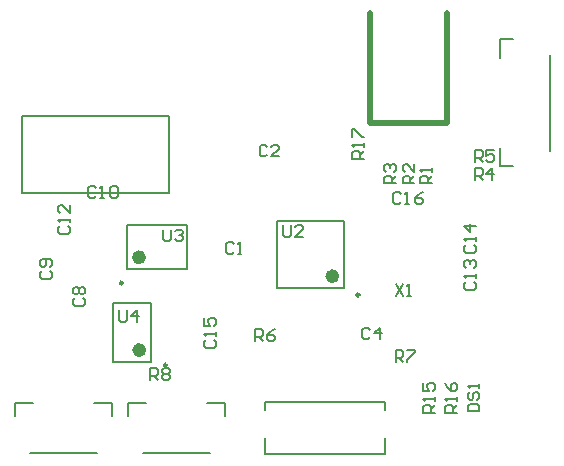
<source format=gto>
G04 Layer_Color=65535*
%FSLAX44Y44*%
%MOMM*%
G71*
G01*
G75*
%ADD31C,0.2000*%
%ADD33C,0.6000*%
%ADD35C,0.2500*%
%ADD58C,0.1500*%
%ADD65C,0.5000*%
D31*
X262500Y204500D02*
X319500D01*
X262500Y147500D02*
X319500D01*
X262500D02*
Y204500D01*
X319500Y147500D02*
Y204500D01*
X47085Y227850D02*
Y293250D01*
X170915D01*
X47085Y227850D02*
X170915D01*
Y293250D01*
X149525Y8000D02*
X206025D01*
X219025Y39000D02*
Y50000D01*
X203525D02*
X219025D01*
X136525D02*
X152025D01*
X136525Y39000D02*
Y50000D01*
X451500Y250500D02*
X462500D01*
X451500D02*
Y266000D01*
Y342500D02*
Y358000D01*
X462500D01*
X493500Y263500D02*
Y345000D01*
X135750Y163500D02*
X186750D01*
X135750Y200500D02*
X186750D01*
X135750Y163500D02*
Y200500D01*
X186750Y163500D02*
Y200500D01*
X124000Y135000D02*
X156000D01*
X124000Y85000D02*
X156000D01*
X124000D02*
Y135000D01*
X156000Y85000D02*
Y135000D01*
X53500Y8000D02*
X110000D01*
X123000Y39000D02*
Y50000D01*
X107500D02*
X123000D01*
X40500D02*
X56000D01*
X40500Y39000D02*
Y50000D01*
X363000Y150997D02*
X369664Y141000D01*
Y150997D02*
X363000Y141000D01*
X372997D02*
X376329D01*
X374663D01*
Y150997D01*
X372997Y149331D01*
X430000Y254000D02*
Y263997D01*
X434998D01*
X436665Y262331D01*
Y258998D01*
X434998Y257332D01*
X430000D01*
X433332D02*
X436665Y254000D01*
X446661Y263997D02*
X439997D01*
Y258998D01*
X443329Y260665D01*
X444995D01*
X446661Y258998D01*
Y255666D01*
X444995Y254000D01*
X441663D01*
X439997Y255666D01*
X430000Y239000D02*
Y248997D01*
X434998D01*
X436665Y247331D01*
Y243998D01*
X434998Y242332D01*
X430000D01*
X433332D02*
X436665Y239000D01*
X444995D02*
Y248997D01*
X439997Y243998D01*
X446661D01*
X268000Y200997D02*
Y192666D01*
X269666Y191000D01*
X272998D01*
X274664Y192666D01*
Y200997D01*
X284661Y191000D02*
X277997D01*
X284661Y197665D01*
Y199331D01*
X282995Y200997D01*
X279663D01*
X277997Y199331D01*
X424003Y42950D02*
X434000D01*
Y47948D01*
X432334Y49615D01*
X425669D01*
X424003Y47948D01*
Y42950D01*
X425669Y59611D02*
X424003Y57945D01*
Y54613D01*
X425669Y52947D01*
X427336D01*
X429002Y54613D01*
Y57945D01*
X430668Y59611D01*
X432334D01*
X434000Y57945D01*
Y54613D01*
X432334Y52947D01*
X434000Y62944D02*
Y66276D01*
Y64610D01*
X424003D01*
X425669Y62944D01*
X129000Y128997D02*
Y120666D01*
X130666Y119000D01*
X133998D01*
X135665Y120666D01*
Y128997D01*
X143995Y119000D02*
Y128997D01*
X138997Y123998D01*
X145661D01*
X166000Y196997D02*
Y188666D01*
X167666Y187000D01*
X170998D01*
X172665Y188666D01*
Y196997D01*
X175997Y195331D02*
X177663Y196997D01*
X180995D01*
X182661Y195331D01*
Y193664D01*
X180995Y191998D01*
X179329D01*
X180995D01*
X182661Y190332D01*
Y188666D01*
X180995Y187000D01*
X177663D01*
X175997Y188666D01*
X415000Y41950D02*
X405003D01*
Y46948D01*
X406669Y48615D01*
X410002D01*
X411668Y46948D01*
Y41950D01*
Y45282D02*
X415000Y48615D01*
Y51947D02*
Y55279D01*
Y53613D01*
X405003D01*
X406669Y51947D01*
X405003Y66942D02*
X406669Y63610D01*
X410002Y60277D01*
X413334D01*
X415000Y61943D01*
Y65276D01*
X413334Y66942D01*
X411668D01*
X410002Y65276D01*
Y60277D01*
X396000Y41950D02*
X386003D01*
Y46948D01*
X387669Y48615D01*
X391002D01*
X392668Y46948D01*
Y41950D01*
Y45282D02*
X396000Y48615D01*
Y51947D02*
Y55279D01*
Y53613D01*
X386003D01*
X387669Y51947D01*
X386003Y66942D02*
Y60277D01*
X391002D01*
X389336Y63610D01*
Y65276D01*
X391002Y66942D01*
X394334D01*
X396000Y65276D01*
Y61943D01*
X394334Y60277D01*
X363000Y85000D02*
Y94997D01*
X367998D01*
X369664Y93331D01*
Y89998D01*
X367998Y88332D01*
X363000D01*
X366332D02*
X369664Y85000D01*
X372997Y94997D02*
X379661D01*
Y93331D01*
X372997Y86666D01*
Y85000D01*
X244000Y103000D02*
Y112997D01*
X248998D01*
X250665Y111331D01*
Y107998D01*
X248998Y106332D01*
X244000D01*
X247332D02*
X250665Y103000D01*
X260661Y112997D02*
X257329Y111331D01*
X253997Y107998D01*
Y104666D01*
X255663Y103000D01*
X258995D01*
X260661Y104666D01*
Y106332D01*
X258995Y107998D01*
X253997D01*
X363000Y236000D02*
X353003D01*
Y240998D01*
X354669Y242665D01*
X358002D01*
X359668Y240998D01*
Y236000D01*
Y239332D02*
X363000Y242665D01*
X354669Y245997D02*
X353003Y247663D01*
Y250995D01*
X354669Y252661D01*
X356335D01*
X358002Y250995D01*
Y249329D01*
Y250995D01*
X359668Y252661D01*
X361334D01*
X363000Y250995D01*
Y247663D01*
X361334Y245997D01*
X379000Y236000D02*
X369003D01*
Y240998D01*
X370669Y242665D01*
X374002D01*
X375668Y240998D01*
Y236000D01*
Y239332D02*
X379000Y242665D01*
Y252661D02*
Y245997D01*
X372336Y252661D01*
X370669D01*
X369003Y250995D01*
Y247663D01*
X370669Y245997D01*
X394000Y236000D02*
X384003D01*
Y240998D01*
X385669Y242665D01*
X389002D01*
X390668Y240998D01*
Y236000D01*
Y239332D02*
X394000Y242665D01*
Y245997D02*
Y249329D01*
Y247663D01*
X384003D01*
X385669Y245997D01*
X202669Y103665D02*
X201003Y101998D01*
Y98666D01*
X202669Y97000D01*
X209334D01*
X211000Y98666D01*
Y101998D01*
X209334Y103665D01*
X211000Y106997D02*
Y110329D01*
Y108663D01*
X201003D01*
X202669Y106997D01*
X201003Y121992D02*
Y115327D01*
X206002D01*
X204335Y118660D01*
Y120326D01*
X206002Y121992D01*
X209334D01*
X211000Y120326D01*
Y116994D01*
X209334Y115327D01*
X422669Y183664D02*
X421003Y181998D01*
Y178666D01*
X422669Y177000D01*
X429334D01*
X431000Y178666D01*
Y181998D01*
X429334Y183664D01*
X431000Y186997D02*
Y190329D01*
Y188663D01*
X421003D01*
X422669Y186997D01*
X431000Y200326D02*
X421003D01*
X426002Y195327D01*
Y201992D01*
X422669Y152664D02*
X421003Y150998D01*
Y147666D01*
X422669Y146000D01*
X429334D01*
X431000Y147666D01*
Y150998D01*
X429334Y152664D01*
X431000Y155997D02*
Y159329D01*
Y157663D01*
X421003D01*
X422669Y155997D01*
Y164327D02*
X421003Y165993D01*
Y169326D01*
X422669Y170992D01*
X424336D01*
X426002Y169326D01*
Y167660D01*
Y169326D01*
X427668Y170992D01*
X429334D01*
X431000Y169326D01*
Y165993D01*
X429334Y164327D01*
X78669Y199664D02*
X77003Y197998D01*
Y194666D01*
X78669Y193000D01*
X85334D01*
X87000Y194666D01*
Y197998D01*
X85334Y199664D01*
X87000Y202997D02*
Y206329D01*
Y204663D01*
X77003D01*
X78669Y202997D01*
X87000Y217992D02*
Y211327D01*
X80336Y217992D01*
X78669D01*
X77003Y216326D01*
Y212994D01*
X78669Y211327D01*
X109664Y232331D02*
X107998Y233997D01*
X104666D01*
X103000Y232331D01*
Y225666D01*
X104666Y224000D01*
X107998D01*
X109664Y225666D01*
X112997Y224000D02*
X116329D01*
X114663D01*
Y233997D01*
X112997Y232331D01*
X121327D02*
X122994Y233997D01*
X126326D01*
X127992Y232331D01*
Y225666D01*
X126326Y224000D01*
X122994D01*
X121327Y225666D01*
Y232331D01*
X63669Y161665D02*
X62003Y159998D01*
Y156666D01*
X63669Y155000D01*
X70334D01*
X72000Y156666D01*
Y159998D01*
X70334Y161665D01*
Y164997D02*
X72000Y166663D01*
Y169995D01*
X70334Y171661D01*
X63669D01*
X62003Y169995D01*
Y166663D01*
X63669Y164997D01*
X65335D01*
X67002Y166663D01*
Y171661D01*
X91669Y138665D02*
X90003Y136998D01*
Y133666D01*
X91669Y132000D01*
X98334D01*
X100000Y133666D01*
Y136998D01*
X98334Y138665D01*
X91669Y141997D02*
X90003Y143663D01*
Y146995D01*
X91669Y148661D01*
X93336D01*
X95002Y146995D01*
X96668Y148661D01*
X98334D01*
X100000Y146995D01*
Y143663D01*
X98334Y141997D01*
X96668D01*
X95002Y143663D01*
X93336Y141997D01*
X91669D01*
X95002Y143663D02*
Y146995D01*
X341665Y112331D02*
X339998Y113997D01*
X336666D01*
X335000Y112331D01*
Y105666D01*
X336666Y104000D01*
X339998D01*
X341665Y105666D01*
X349995Y104000D02*
Y113997D01*
X344997Y108998D01*
X351661D01*
X254508Y267163D02*
X252842Y268829D01*
X249510D01*
X247844Y267163D01*
Y260498D01*
X249510Y258832D01*
X252842D01*
X254508Y260498D01*
X264505Y258832D02*
X257841D01*
X264505Y265497D01*
Y267163D01*
X262839Y268829D01*
X259507D01*
X257841Y267163D01*
X225917Y184743D02*
X224250Y186409D01*
X220918D01*
X219252Y184743D01*
Y178078D01*
X220918Y176412D01*
X224250D01*
X225917Y178078D01*
X229249Y176412D02*
X232581D01*
X230915D01*
Y186409D01*
X229249Y184743D01*
X155000Y70000D02*
Y79997D01*
X159998D01*
X161665Y78331D01*
Y74998D01*
X159998Y73332D01*
X155000D01*
X158332D02*
X161665Y70000D01*
X164997Y78331D02*
X166663Y79997D01*
X169995D01*
X171661Y78331D01*
Y76665D01*
X169995Y74998D01*
X171661Y73332D01*
Y71666D01*
X169995Y70000D01*
X166663D01*
X164997Y71666D01*
Y73332D01*
X166663Y74998D01*
X164997Y76665D01*
Y78331D01*
X166663Y74998D02*
X169995D01*
X336000Y257000D02*
X326003D01*
Y261998D01*
X327669Y263664D01*
X331002D01*
X332668Y261998D01*
Y257000D01*
Y260332D02*
X336000Y263664D01*
Y266997D02*
Y270329D01*
Y268663D01*
X326003D01*
X327669Y266997D01*
X326003Y275327D02*
Y281992D01*
X327669D01*
X334334Y275327D01*
X336000D01*
X367664Y227331D02*
X365998Y228997D01*
X362666D01*
X361000Y227331D01*
Y220666D01*
X362666Y219000D01*
X365998D01*
X367664Y220666D01*
X370997Y219000D02*
X374329D01*
X372663D01*
Y228997D01*
X370997Y227331D01*
X385992Y228997D02*
X382660Y227331D01*
X379327Y223998D01*
Y220666D01*
X380993Y219000D01*
X384326D01*
X385992Y220666D01*
Y222332D01*
X384326Y223998D01*
X379327D01*
D33*
X312500Y157500D02*
G03*
X312500Y157500I-3000J0D01*
G01*
X148750Y173500D02*
G03*
X148750Y173500I-3000J0D01*
G01*
X149000Y95000D02*
G03*
X149000Y95000I-3000J0D01*
G01*
D35*
X332500Y141750D02*
G03*
X332500Y141750I-1250J0D01*
G01*
X132000Y151750D02*
G03*
X132000Y151750I-1250J0D01*
G01*
X169500Y82200D02*
G03*
X169500Y82200I-1250J0D01*
G01*
D58*
X353800Y44350D02*
Y50700D01*
X252250Y44400D02*
Y50700D01*
Y6950D02*
Y20170D01*
X353800Y6950D02*
Y20220D01*
X252250Y6950D02*
X353800D01*
X252250Y50700D02*
X353800D01*
D65*
X341750Y287250D02*
Y380000D01*
Y287250D02*
X406750D01*
Y380000D01*
M02*

</source>
